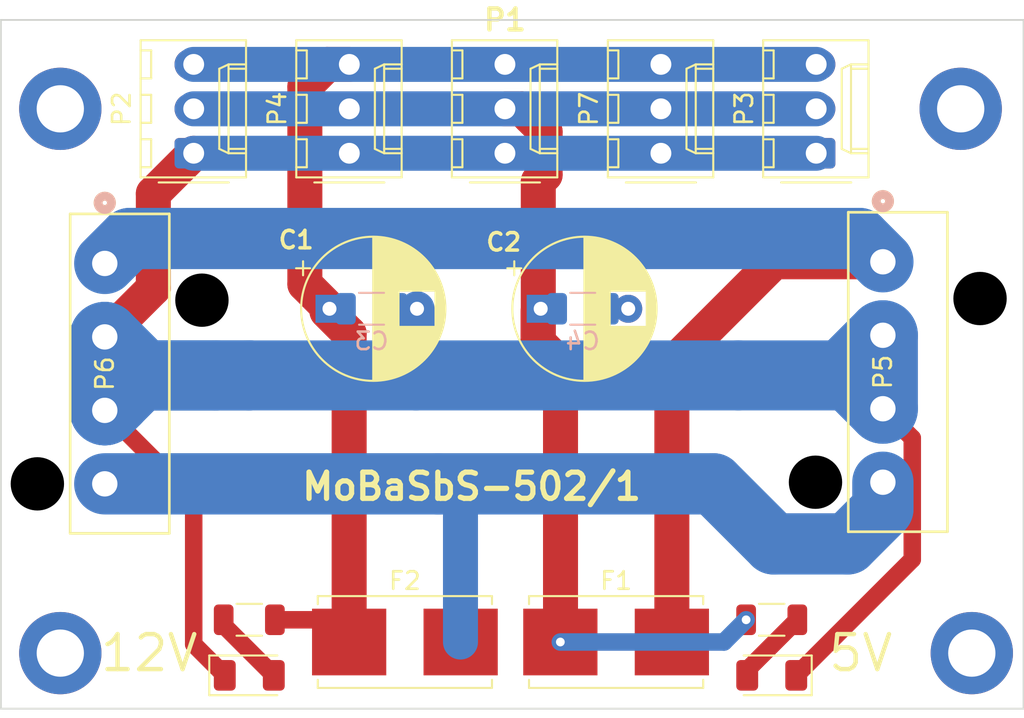
<source format=kicad_pcb>
(kicad_pcb (version 20241229) (generator "pcbnew") (generator_version "9.0")
  (title_block (title "Modul-Anschluss-Einheit") (date "2023-06-19") (rev "3") (comment 2 "MoBaSbS-002") (comment 3 "Anschluss Baugruppe") (comment 4 "MoBaSbS"))
  (layers (0 "F.Cu" signal) (2 "B.Cu" signal) (13 "F.Paste" user) (15 "B.Paste" user) (5 "F.SilkS" user "F.Silkscreen") (7 "B.SilkS" user "B.Silkscreen") (1 "F.Mask" user) (3 "B.Mask" user) (25 "Edge.Cuts" user))
  (net 0 "")
  (net 1 "GND")
  (net 2 "Net-(D1-A)")
  (net 3 "Net-(D2-A)")
  (net 4 "+5V")
  (net 5 "+12V")
  (net 10 "/5V PRE")
  (net 11 "/12V PRE")
  (footprint "LED_SMD:LED_1206_3216Metric" (layer "F.Cu") (at 151.985 155.575 180)
    (property "Reference" "D1" (hide yes))
    (property "Value" "LED grün" (hide yes))
    (pad "1" smd roundrect (at -1.4 0 180) (size 1.25 1.75) (layers "F.Cu" "F.Mask" "F.Paste") (roundrect_rratio 0.2) (net 1 "GND"))
    (pad "2" smd roundrect (at 1.4 0 180) (size 1.25 1.75) (layers "F.Cu" "F.Mask" "F.Paste") (roundrect_rratio 0.2) (net 2 "Net-(D1-A)"))
  )
  (footprint "LED_SMD:LED_1206_3216Metric" (layer "F.Cu") (at 122.14 155.575)
    (property "Reference" "D2" (hide yes))
    (property "Value" "LED gelb" (hide yes))
    (pad "1" smd roundrect (at -1.4 0) (size 1.25 1.75) (layers "F.Cu" "F.Mask" "F.Paste") (roundrect_rratio 0.2) (net 1 "GND"))
    (pad "2" smd roundrect (at 1.4 0) (size 1.25 1.75) (layers "F.Cu" "F.Mask" "F.Paste") (roundrect_rratio 0.2) (net 3 "Net-(D2-A)"))
  )
  (footprint "Resistor_SMD:R_1206_3216Metric" (layer "F.Cu") (at 151.985 152.4 180)
    (property "Reference" "R1" (hide yes))
    (property "Value" "1K0" (hide yes))
    (pad "1" smd roundrect (at -1.4625 0 180) (size 1.125 1.75) (layers "F.Cu" "F.Mask" "F.Paste") (roundrect_rratio 0.222222) (net 2 "Net-(D1-A)"))
    (pad "2" smd roundrect (at 1.4625 0 180) (size 1.125 1.75) (layers "F.Cu" "F.Mask" "F.Paste") (roundrect_rratio 0.222222) (net 4 "+5V"))
  )
  (footprint "Resistor_SMD:R_1206_3216Metric" (layer "F.Cu") (at 122.14 152.4)
    (property "Reference" "R2" (hide yes))
    (property "Value" "2K2" (hide yes))
    (pad "1" smd roundrect (at -1.4625 0) (size 1.125 1.75) (layers "F.Cu" "F.Mask" "F.Paste") (roundrect_rratio 0.222222) (net 3 "Net-(D2-A)"))
    (pad "2" smd roundrect (at 1.4625 0) (size 1.125 1.75) (layers "F.Cu" "F.Mask" "F.Paste") (roundrect_rratio 0.222222) (net 5 "+12V"))
  )
  (footprint "Fuse:Fuseholder_Littelfuse_Nano2_154x" (layer "F.Cu") (at 143.095 153.67)
    (property "Reference" "F1" (at 0 -3.5 0) (layer "F.SilkS"))
    (property "Value" "1AT")
    (pad "1" smd rect (at -3.185 0) (size 4.24 3.81) (layers "F.Cu" "F.Mask" "F.Paste") (net 4 "+5V"))
    (pad "2" smd rect (at 3.185 0) (size 4.24 3.81) (layers "F.Cu" "F.Mask" "F.Paste") (net 10 "/5V PRE"))
  )
  (footprint "Fuse:Fuseholder_Littelfuse_Nano2_154x" (layer "F.Cu") (at 131.03 153.67)
    (property "Reference" "F2" (at 0 -3.5 0) (layer "F.SilkS"))
    (property "Value" "2AT")
    (pad "1" smd rect (at -3.185 0) (size 4.24 3.81) (layers "F.Cu" "F.Mask" "F.Paste") (net 5 "+12V"))
    (pad "2" smd rect (at 3.185 0) (size 4.24 3.81) (layers "F.Cu" "F.Mask" "F.Paste") (net 11 "/12V PRE"))
  )
  (footprint "Connector_Molex:Molex_KK-254_AE-6410-03A_1x03_P2.54mm_Vertical" (layer "F.Cu") (at 127.855 125.73 90)
    (property "Reference" "P4" (at 2.54 -4.12 90) (layer "F.SilkS"))
    (property "Value" "PSS254" (hide yes))
    (pad "1" thru_hole roundrect (at 0 0 90) (size 1.74 2.19) (drill 1.19) (layers "*.Cu" "*.Mask") (roundrect_rratio 0.143678) (net 1 "GND"))
    (pad "2" thru_hole oval (at 2.54 0 90) (size 1.74 2.19) (drill 1.19) (layers "*.Cu" "*.Mask") (net 4 "+5V"))
    (pad "3" thru_hole oval (at 5.08 0 90) (size 1.74 2.19) (drill 1.19) (layers "*.Cu" "*.Mask") (net 5 "+12V"))
  )
  (footprint "Connector_Molex:Molex_KK-254_AE-6410-03A_1x03_P2.54mm_Vertical" (layer "F.Cu") (at 136.745 125.73 90)
    (property "Reference" "P1" (at 7.62 0 180) (layer "F.SilkS") (effects (font (size 1.2 1.2) (thickness 0.25) (bold yes))))
    (property "Value" "PSS254" (hide yes))
    (pad "1" thru_hole roundrect (at 0 0 90) (size 1.74 2.19) (drill 1.19) (layers "*.Cu" "*.Mask") (roundrect_rratio 0.143678) (net 1 "GND"))
    (pad "2" thru_hole oval (at 2.54 0 90) (size 1.74 2.19) (drill 1.19) (layers "*.Cu" "*.Mask") (net 4 "+5V"))
    (pad "3" thru_hole oval (at 5.08 0 90) (size 1.74 2.19) (drill 1.19) (layers "*.Cu" "*.Mask") (net 5 "+12V"))
  )
  (footprint "Molex_MiniFitJr_1x4:CONN_5566-04A_MOL" (layer "F.Cu") (at 158.335 131.935004 90)
    (property "Reference" "P5" (at -6.299998 0 90) (layer "F.SilkS"))
    (property "Value" "Wago")
    (pad "" np_thru_hole circle (at -12.599998 -3.85 90) (size 3.048 3.048) (drill 3.048) (layers))
    (pad "" np_thru_hole circle (at -2.099999 5.549999 90) (size 3.048 3.048) (drill 3.048) (layers))
    (pad "1" thru_hole circle (at 0 0 90) (size 1.9558 1.9558) (drill 1.4478) (layers "*.Cu" "*.Mask") (net 10 "/5V PRE"))
    (pad "2" thru_hole circle (at -4.199997 0 90) (size 1.9558 1.9558) (drill 1.4478) (layers "*.Cu" "*.Mask") (net 1 "GND"))
    (pad "3" thru_hole circle (at -8.399996 0 90) (size 1.9558 1.9558) (drill 1.4478) (layers "*.Cu" "*.Mask") (net 1 "GND"))
    (pad "4" thru_hole circle (at -12.599995 0 90) (size 1.9558 1.9558) (drill 1.4478) (layers "*.Cu" "*.Mask") (net 11 "/12V PRE"))
  )
  (footprint "Molex_MiniFitJr_1x4:CONN_5566-04A_MOL" (layer "F.Cu") (at 113.885 132.028402 90)
    (property "Reference" "P6" (at -6.299998 0 90) (layer "F.SilkS"))
    (property "Value" "Wago")
    (pad "" np_thru_hole circle (at -12.599998 -3.85 90) (size 3.048 3.048) (drill 3.048) (layers))
    (pad "" np_thru_hole circle (at -2.099999 5.549999 90) (size 3.048 3.048) (drill 3.048) (layers))
    (pad "1" thru_hole circle (at 0 0 90) (size 1.9558 1.9558) (drill 1.4478) (layers "*.Cu" "*.Mask") (net 10 "/5V PRE"))
    (pad "2" thru_hole circle (at -4.199997 0 90) (size 1.9558 1.9558) (drill 1.4478) (layers "*.Cu" "*.Mask") (net 1 "GND"))
    (pad "3" thru_hole circle (at -8.399996 0 90) (size 1.9558 1.9558) (drill 1.4478) (layers "*.Cu" "*.Mask") (net 1 "GND"))
    (pad "4" thru_hole circle (at -12.599995 0 90) (size 1.9558 1.9558) (drill 1.4478) (layers "*.Cu" "*.Mask") (net 11 "/12V PRE"))
  )
  (footprint "Capacitor_THT:CP_Radial_D8.0mm_P5.00mm" (layer "F.Cu") (at 126.722349 134.62)
    (property "Reference" "C1" (at -1.905 -3.937 0) (layer "F.SilkS") (effects (font (thickness 0.2) (bold yes))))
    (property "Value" "470µF" (hide yes))
    (pad "1" thru_hole rect (at 0 0) (size 1.6 1.6) (drill 0.8) (layers "*.Cu" "*.Mask") (net 5 "+12V"))
    (pad "2" thru_hole circle (at 5 0) (size 1.6 1.6) (drill 0.8) (layers "*.Cu" "*.Mask") (net 1 "GND"))
  )
  (footprint "Capacitor_THT:CP_Radial_D8.0mm_P5.00mm" (layer "F.Cu") (at 138.787349 134.62)
    (property "Reference" "C2" (at -2.112 -3.81 0) (layer "F.SilkS") (effects (font (thickness 0.2) (bold yes))))
    (property "Value" "470µF" (hide yes))
    (pad "1" thru_hole rect (at 0 0) (size 1.6 1.6) (drill 0.8) (layers "*.Cu" "*.Mask") (net 4 "+5V"))
    (pad "2" thru_hole circle (at 5 0) (size 1.6 1.6) (drill 0.8) (layers "*.Cu" "*.Mask") (net 1 "GND"))
  )
  (footprint "MountingHole:MountingHole_2.7mm_M2.5_DIN965_Pad" (layer "F.Cu") (at 163.415 154.305)
    (property "Reference" "H4" (hide yes))
    (property "Value" "MountingHole_Pad" (hide yes))
    (pad "1" thru_hole circle (at 0 0) (size 4.7 4.7) (drill 2.7) (layers "*.Cu" "*.Mask"))
  )
  (footprint "Connector_Molex:Molex_KK-254_AE-6410-03A_1x03_P2.54mm_Vertical" (layer "F.Cu") (at 118.965 125.73 90)
    (property "Reference" "P2" (at 2.54 -4.12 90) (layer "F.SilkS"))
    (property "Value" "PSS254")
    (pad "1" thru_hole roundrect (at 0 0 90) (size 1.74 2.19) (drill 1.19) (layers "*.Cu" "*.Mask") (roundrect_rratio 0.143678) (net 1 "GND"))
    (pad "2" thru_hole oval (at 2.54 0 90) (size 1.74 2.19) (drill 1.19) (layers "*.Cu" "*.Mask") (net 4 "+5V"))
    (pad "3" thru_hole oval (at 5.08 0 90) (size 1.74 2.19) (drill 1.19) (layers "*.Cu" "*.Mask") (net 5 "+12V"))
  )
  (footprint "Connector_Molex:Molex_KK-254_AE-6410-03A_1x03_P2.54mm_Vertical" (layer "F.Cu") (at 145.655 125.73 90)
    (property "Reference" "P7" (at 2.54 -4.12 90) (layer "F.SilkS"))
    (property "Value" "PSS254")
    (pad "1" thru_hole roundrect (at 0 0 90) (size 1.74 2.19) (drill 1.19) (layers "*.Cu" "*.Mask") (roundrect_rratio 0.143678) (net 1 "GND"))
    (pad "2" thru_hole oval (at 2.54 0 90) (size 1.74 2.19) (drill 1.19) (layers "*.Cu" "*.Mask") (net 4 "+5V"))
    (pad "3" thru_hole oval (at 5.08 0 90) (size 1.74 2.19) (drill 1.19) (layers "*.Cu" "*.Mask") (net 5 "+12V"))
  )
  (footprint "MountingHole:MountingHole_2.7mm_M2.5_DIN965_Pad" (layer "F.Cu") (at 111.345 154.305)
    (property "Reference" "H1" (hide yes))
    (property "Value" "MountingHole_Pad" (hide yes))
    (pad "1" thru_hole circle (at 0 0) (size 4.7 4.7) (drill 2.7) (layers "*.Cu" "*.Mask"))
  )
  (footprint "MountingHole:MountingHole_2.7mm_M2.5_DIN965_Pad" (layer "F.Cu") (at 111.345 123.19)
    (property "Reference" "H3" (hide yes))
    (property "Value" "MountingHole_Pad" (hide yes))
    (pad "1" thru_hole circle (at 0 0) (size 4.7 4.7) (drill 2.7) (layers "*.Cu" "*.Mask"))
  )
  (footprint "MountingHole:MountingHole_2.7mm_M2.5_DIN965_Pad" (layer "F.Cu") (at 162.78 123.19)
    (property "Reference" "H2" (hide yes))
    (property "Value" "MountingHole_Pad" (hide yes))
    (pad "1" thru_hole circle (at 0 0) (size 4.7 4.7) (drill 2.7) (layers "*.Cu" "*.Mask"))
  )
  (footprint "Connector_Molex:Molex_KK-254_AE-6410-03A_1x03_P2.54mm_Vertical" (layer "F.Cu") (at 154.525 125.73 90)
    (property "Reference" "P3" (at 2.54 -4.12 90) (layer "F.SilkS"))
    (property "Value" "PSS254")
    (pad "1" thru_hole roundrect (at 0 0 90) (size 1.74 2.19) (drill 1.19) (layers "*.Cu" "*.Mask") (roundrect_rratio 0.143678) (net 1 "GND"))
    (pad "2" thru_hole oval (at 2.54 0 90) (size 1.74 2.19) (drill 1.19) (layers "*.Cu" "*.Mask") (net 4 "+5V"))
    (pad "3" thru_hole oval (at 5.08 0 90) (size 1.74 2.19) (drill 1.19) (layers "*.Cu" "*.Mask") (net 5 "+12V"))
  )
  (footprint "Capacitor_SMD:C_1206_3216Metric" (layer "B.Cu") (at 129.125 134.62)
    (property "Reference" "C3" (at 0 1.85 0) (layer "B.SilkS") (effects (justify mirror)))
    (property "Value" "100nF" (hide yes))
    (pad "1" smd roundrect (at -1.475 0) (size 1.15 1.8) (layers "B.Cu" "B.Mask" "B.Paste") (roundrect_rratio 0.217391) (net 5 "+12V"))
    (pad "2" smd roundrect (at 1.475 0) (size 1.15 1.8) (layers "B.Cu" "B.Mask" "B.Paste") (roundrect_rratio 0.217391) (net 1 "GND"))
  )
  (footprint "Capacitor_SMD:C_1206_3216Metric" (layer "B.Cu") (at 141.19 134.62)
    (property "Reference" "C4" (at 0 1.85 0) (layer "B.SilkS") (effects (justify mirror)))
    (property "Value" "100nF" (hide yes))
    (pad "1" smd roundrect (at -1.475 0) (size 1.15 1.8) (layers "B.Cu" "B.Mask" "B.Paste") (roundrect_rratio 0.217391) (net 4 "+5V"))
    (pad "2" smd roundrect (at 1.475 0) (size 1.15 1.8) (layers "B.Cu" "B.Mask" "B.Paste") (roundrect_rratio 0.217391) (net 1 "GND"))
  )
  (gr_line (start 107.95 157.48) (end 107.95 118.11) (stroke (width 0.1)) (layer "Edge.Cuts"))
  (gr_line (start 166.37 118.11) (end 166.37 157.48) (stroke (width 0.1)) (layer "Edge.Cuts"))
  (gr_line (start 107.95 118.11) (end 166.37 118.11) (stroke (width 0.1)) (layer "Edge.Cuts"))
  (gr_line (start 107.95 157.48) (end 166.37 157.48) (stroke (width 0.1)) (layer "Edge.Cuts"))
  (gr_text "5V" (at 157.065 154.305 0) (layer "F.SilkS") (effects (font (size 2 2) (thickness 0.25) (bold yes))))
  (gr_text "12V" (at 116.425 154.305 0) (layer "F.SilkS") (effects (font (size 2 2) (thickness 0.25) (bold yes))))
  (gr_text "MoBaSbS-502/1" (at 134.84 144.78 0) (layer "F.SilkS") (effects (font (size 1.5 1.5) (thickness 0.3))))
  (segment (start 160.0139 148.9461) (end 160.0139 142.0139) (width 1) (layer "F.Cu") (net 1))
  (segment (start 118.965 153.8) (end 118.965 145.508398) (width 1) (layer "F.Cu") (net 1))
  (segment (start 153.385 155.575) (end 160.0139 148.9461) (width 1) (layer "F.Cu") (net 1))
  (segment (start 118.965 125.73) (end 116.659999 128.035001) (width 2) (layer "F.Cu") (net 1))
  (segment (start 118.965 145.508398) (end 113.885 140.428398) (width 1) (layer "F.Cu") (net 1))
  (segment (start 120.74 155.575) (end 118.965 153.8) (width 1) (layer "F.Cu") (net 1))
  (segment (start 160.0139 142.0139) (end 158.335 140.335) (width 1) (layer "F.Cu") (net 1))
  (segment (start 116.659999 133.4534) (end 113.885 136.228399) (width 2) (layer "F.Cu") (net 1))
  (segment (start 116.659999 128.035001) (end 116.659999 133.4534) (width 2) (layer "F.Cu") (net 1))
  (segment (start 116.086601 138.43) (end 120.235 138.43) (width 4) (layer "B.Cu") (net 1))
  (segment (start 114.52 138.43) (end 114.52 139.793398) (width 4) (layer "B.Cu") (net 1))
  (segment (start 131.665 138.43) (end 122.14 138.43) (width 4) (layer "B.Cu") (net 1))
  (segment (start 156.43 138.43) (end 150.08 138.43) (width 4) (layer "B.Cu") (net 1))
  (segment (start 156.43 138.040001) (end 158.335 136.135001) (width 4) (layer "B.Cu") (net 1))
  (segment (start 150.137349 138.372651) (end 150.08 138.43) (width 1) (layer "B.Cu") (net 1))
  (segment (start 122.14 138.43) (end 120.235 138.43) (width 4) (layer "B.Cu") (net 1))
  (segment (start 156.43 138.43) (end 156.43 138.040001) (width 4) (layer "B.Cu") (net 1))
  (segment (start 113.885 136.228399) (end 116.086601 138.43) (width 4) (layer "B.Cu") (net 1))
  (segment (start 113.885 137.795) (end 113.885 136.228399) (width 4) (layer "B.Cu") (net 1))
  (segment (start 115.883398 138.43) (end 122.14 138.43) (width 4) (layer "B.Cu") (net 1))
  (segment (start 113.885 136.228399) (end 113.885 140.428398) (width 4) (layer "B.Cu") (net 1))
  (segment (start 131.722349 134.62) (end 131.722349 138.372651) (width 2) (layer "B.Cu") (net 1))
  (segment (start 113.885 140.428398) (end 115.883398 138.43) (width 4) (layer "B.Cu") (net 1))
  (segment (start 150.08 138.43) (end 131.665 138.43) (width 4) (layer "B.Cu") (net 1))
  (segment (start 118.965 125.73) (end 154.525 125.73) (width 2) (layer "B.Cu") (net 1))
  (segment (start 114.52 138.43) (end 113.885 137.795) (width 4) (layer "B.Cu") (net 1))
  (segment (start 114.52 139.793398) (end 113.885 140.428398) (width 4) (layer "B.Cu") (net 1))
  (segment (start 158.335 140.335) (end 156.43 138.43) (width 4) (layer "B.Cu") (net 1))
  (segment (start 131.722349 138.372651) (end 131.665 138.43) (width 1) (layer "B.Cu") (net 1))
  (segment (start 158.335 136.135001) (end 158.335 140.335) (width 4) (layer "B.Cu") (net 1))
  (segment (start 120.235 138.43) (end 114.52 138.43) (width 4) (layer "B.Cu") (net 1))
  (segment (start 150.585 155.575) (end 150.585 155.2625) (width 1) (layer "F.Cu") (net 2))
  (segment (start 150.585 155.2625) (end 153.4475 152.4) (width 1) (layer "F.Cu") (net 2))
  (segment (start 120.6775 152.4) (end 120.6775 152.7125) (width 1) (layer "F.Cu") (net 3))
  (segment (start 120.6775 152.7125) (end 123.54 155.575) (width 1) (layer "F.Cu") (net 3))
  (segment (start 138.64 134.767349) (end 138.787349 134.62) (width 1) (layer "F.Cu") (net 4))
  (segment (start 138.19795 123.659) (end 137.72895 123.19) (width 2) (layer "F.Cu") (net 4))
  (segment (start 138.65 127.34895) (end 139.041 126.95795) (width 2) (layer "F.Cu") (net 4))
  (segment (start 137.72895 123.19) (end 136.745 123.19) (width 2) (layer "F.Cu") (net 4))
  (segment (start 138.65 124.11105) (end 138.19795 123.659) (width 2) (layer "F.Cu") (net 4))
  (segment (start 139.92 137.805) (end 138.64 136.525) (width 2) (layer "F.Cu") (net 4))
  (segment (start 139.041 126.95795) (end 139.041 124.50205) (width 2) (layer "F.Cu") (net 4))
  (segment (start 139.041 124.50205) (end 138.65 124.11105) (width 2) (layer "F.Cu") (net 4))
  (segment (start 138.65 136.515) (end 138.65 127.34895) (width 2) (layer "F.Cu") (net 4))
  (segment (start 138.64 136.525) (end 138.65 136.515) (width 2) (layer "F.Cu") (net 4))
  (segment (start 139.91 153.67) (end 139.91 152.4) (width 2) (layer "F.Cu") (net 4))
  (segment (start 139.91 152.4) (end 139.92 152.39) (width 2) (layer "F.Cu") (net 4))
  (segment (start 138.64 136.525) (end 138.64 134.767349) (width 2) (layer "F.Cu") (net 4))
  (segment (start 139.92 152.39) (end 139.92 137.805) (width 2) (layer "F.Cu") (net 4))
  (via (at 139.91 153.67) (size 0.7) (drill 0.5) (layers "F.Cu" "B.Cu") (net 4))
  (via (at 150.5225 152.4) (size 0.7) (drill 0.5) (layers "F.Cu" "B.Cu") (net 4))
  (segment (start 150.5225 152.4) (end 149.2525 153.67) (width 1) (layer "B.Cu") (net 4))
  (segment (start 149.2525 153.67) (end 139.91 153.67) (width 1) (layer "B.Cu") (net 4))
  (segment (start 118.965 123.19) (end 154.525 123.19) (width 2) (layer "B.Cu") (net 4))
  (segment (start 126.585 120.65) (end 127.855 120.65) (width 2) (layer "F.Cu") (net 5))
  (segment (start 125.315 121.92) (end 126.585 120.65) (width 2) (layer "F.Cu") (net 5))
  (segment (start 126.575 152.4) (end 127.845 153.67) (width 1) (layer "F.Cu") (net 5))
  (segment (start 126.575 134.767349) (end 126.722349 134.62) (width 1) (layer "F.Cu") (net 5))
  (segment (start 123.6025 152.4) (end 126.575 152.4) (width 1) (layer "F.Cu") (net 5))
  (segment (start 127.845 136.037349) (end 126.575 134.767349) (width 2) (layer "F.Cu") (net 5))
  (segment (start 126.722349 134.62) (end 125.315 133.212651) (width 2) (layer "F.Cu") (net 5))
  (segment (start 127.845 153.67) (end 127.845 136.037349) (width 2) (layer "F.Cu") (net 5))
  (segment (start 125.315 133.212651) (end 125.315 121.92) (width 2) (layer "F.Cu") (net 5))
  (segment (start 118.965 120.65) (end 154.525 120.65) (width 2) (layer "B.Cu") (net 5))
  (segment (start 146.28 153.67) (end 146.28 137.785) (width 2) (layer "F.Cu") (net 10))
  (segment (start 152.129996 131.935004) (end 158.335 131.935004) (width 2) (layer "F.Cu") (net 10))
  (segment (start 146.28 137.785) (end 152.129996 131.935004) (width 2) (layer "F.Cu") (net 10))
  (segment (start 115.310001 130.603401) (end 113.885 132.028402) (width 3.5) (layer "B.Cu") (net 10))
  (segment (start 144.238 130.603401) (end 115.310001 130.603401) (width 3.5) (layer "B.Cu") (net 10))
  (segment (start 158.335 131.935004) (end 157.003397 130.603401) (width 3.5) (layer "B.Cu") (net 10))
  (segment (start 157.003397 130.603401) (end 139.92 130.603401) (width 3.5) (layer "B.Cu") (net 10))
  (segment (start 158.335 146.05) (end 156.324998 148.060002) (width 3.5) (layer "B.Cu") (net 11))
  (segment (start 158.335 144.534999) (end 158.335 146.05) (width 3.5) (layer "B.Cu") (net 11))
  (segment (start 132.935 144.628397) (end 134.205 145.898397) (width 2) (layer "B.Cu") (net 11))
  (segment (start 132.935 144.628397) (end 113.885 144.628397) (width 3.5) (layer "B.Cu") (net 11))
  (segment (start 134.205 145.898397) (end 134.205 153.67) (width 2) (layer "B.Cu") (net 11))
  (segment (start 152.090002 148.060002) (end 148.658397 144.628397) (width 3.5) (layer "B.Cu") (net 11))
  (segment (start 148.658397 144.628397) (end 132.935 144.628397) (width 3.5) (layer "B.Cu") (net 11))
  (segment (start 156.324998 148.060002) (end 152.090002 148.060002) (width 3.5) (layer "B.Cu") (net 11))
)
</source>
